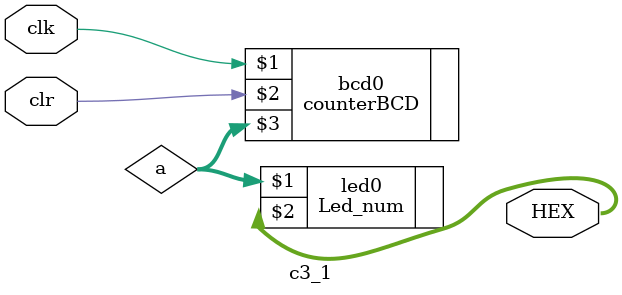
<source format=v>
module c3_1(
	input clk, clr,
	output [6:0] HEX
);
	wire [3:0] a;
	counterBCD bcd0(clk, clr, a);
	
	Led_num led0(a, HEX);
endmodule 
</source>
